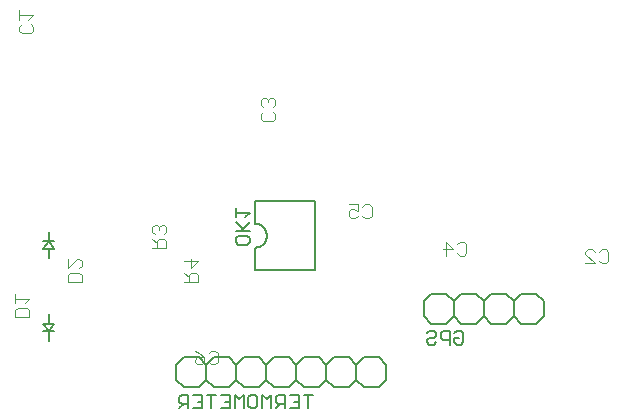
<source format=gbl>
G75*
%MOIN*%
%OFA0B0*%
%FSLAX25Y25*%
%IPPOS*%
%LPD*%
%AMOC8*
5,1,8,0,0,1.08239X$1,22.5*
%
%ADD10C,0.00400*%
%ADD11C,0.00600*%
%ADD12C,0.00500*%
D10*
X0029500Y0047792D02*
X0029500Y0050094D01*
X0030267Y0050861D01*
X0033337Y0050861D01*
X0034104Y0050094D01*
X0034104Y0047792D01*
X0029500Y0047792D01*
X0029500Y0052396D02*
X0029500Y0055465D01*
X0029500Y0053931D02*
X0034104Y0053931D01*
X0032569Y0052396D01*
X0047000Y0059500D02*
X0047000Y0061802D01*
X0047767Y0062569D01*
X0050837Y0062569D01*
X0051604Y0061802D01*
X0051604Y0059500D01*
X0047000Y0059500D01*
X0047000Y0064104D02*
X0050069Y0067173D01*
X0050837Y0067173D01*
X0051604Y0066406D01*
X0051604Y0064871D01*
X0050837Y0064104D01*
X0047000Y0064104D02*
X0047000Y0067173D01*
X0075125Y0070777D02*
X0079729Y0070777D01*
X0079729Y0073079D01*
X0078962Y0073846D01*
X0077427Y0073846D01*
X0076660Y0073079D01*
X0076660Y0070777D01*
X0076660Y0072311D02*
X0075125Y0073846D01*
X0075892Y0075380D02*
X0075125Y0076148D01*
X0075125Y0077682D01*
X0075892Y0078450D01*
X0076660Y0078450D01*
X0077427Y0077682D01*
X0077427Y0076915D01*
X0077427Y0077682D02*
X0078194Y0078450D01*
X0078962Y0078450D01*
X0079729Y0077682D01*
X0079729Y0076148D01*
X0078962Y0075380D01*
X0085750Y0066432D02*
X0090354Y0066432D01*
X0088052Y0064130D01*
X0088052Y0067200D01*
X0088052Y0062596D02*
X0087285Y0061829D01*
X0087285Y0059527D01*
X0087285Y0061061D02*
X0085750Y0062596D01*
X0088052Y0062596D02*
X0089587Y0062596D01*
X0090354Y0061829D01*
X0090354Y0059527D01*
X0085750Y0059527D01*
X0089271Y0036604D02*
X0090806Y0035837D01*
X0092341Y0034302D01*
X0090039Y0034302D01*
X0089271Y0033535D01*
X0089271Y0032767D01*
X0090039Y0032000D01*
X0091573Y0032000D01*
X0092341Y0032767D01*
X0092341Y0034302D01*
X0093875Y0035837D02*
X0094643Y0036604D01*
X0096177Y0036604D01*
X0096945Y0035837D01*
X0096945Y0032767D01*
X0096177Y0032000D01*
X0094643Y0032000D01*
X0093875Y0032767D01*
X0141289Y0080750D02*
X0142823Y0080750D01*
X0143591Y0081517D01*
X0145125Y0081517D02*
X0145893Y0080750D01*
X0147427Y0080750D01*
X0148195Y0081517D01*
X0148195Y0084587D01*
X0147427Y0085354D01*
X0145893Y0085354D01*
X0145125Y0084587D01*
X0143591Y0085354D02*
X0143591Y0083052D01*
X0142056Y0083819D01*
X0141289Y0083819D01*
X0140521Y0083052D01*
X0140521Y0081517D01*
X0141289Y0080750D01*
X0140521Y0085354D02*
X0143591Y0085354D01*
X0172932Y0072854D02*
X0172932Y0068250D01*
X0172165Y0070552D02*
X0175234Y0070552D01*
X0172932Y0072854D01*
X0176769Y0072087D02*
X0177536Y0072854D01*
X0179071Y0072854D01*
X0179838Y0072087D01*
X0179838Y0069017D01*
X0179071Y0068250D01*
X0177536Y0068250D01*
X0176769Y0069017D01*
X0219498Y0068819D02*
X0219498Y0069587D01*
X0220265Y0070354D01*
X0221800Y0070354D01*
X0222567Y0069587D01*
X0224102Y0069587D02*
X0224869Y0070354D01*
X0226404Y0070354D01*
X0227171Y0069587D01*
X0227171Y0066517D01*
X0226404Y0065750D01*
X0224869Y0065750D01*
X0224102Y0066517D01*
X0222567Y0065750D02*
X0219498Y0065750D01*
X0222567Y0065750D02*
X0219498Y0068819D01*
X0115979Y0113904D02*
X0115212Y0113137D01*
X0112142Y0113137D01*
X0111375Y0113904D01*
X0111375Y0115439D01*
X0112142Y0116206D01*
X0112142Y0117741D02*
X0111375Y0118508D01*
X0111375Y0120043D01*
X0112142Y0120810D01*
X0112910Y0120810D01*
X0113677Y0120043D01*
X0113677Y0119275D01*
X0113677Y0120043D02*
X0114444Y0120810D01*
X0115212Y0120810D01*
X0115979Y0120043D01*
X0115979Y0118508D01*
X0115212Y0117741D01*
X0115212Y0116206D02*
X0115979Y0115439D01*
X0115979Y0113904D01*
X0035354Y0143048D02*
X0034587Y0142280D01*
X0031517Y0142280D01*
X0030750Y0143048D01*
X0030750Y0144582D01*
X0031517Y0145350D01*
X0030750Y0146884D02*
X0030750Y0149954D01*
X0030750Y0148419D02*
X0035354Y0148419D01*
X0033819Y0146884D01*
X0034587Y0145350D02*
X0035354Y0144582D01*
X0035354Y0143048D01*
D11*
X0109300Y0086425D02*
X0109300Y0078925D01*
X0109426Y0078923D01*
X0109551Y0078917D01*
X0109676Y0078907D01*
X0109801Y0078893D01*
X0109926Y0078876D01*
X0110050Y0078854D01*
X0110173Y0078829D01*
X0110295Y0078799D01*
X0110416Y0078766D01*
X0110536Y0078729D01*
X0110655Y0078689D01*
X0110772Y0078644D01*
X0110889Y0078596D01*
X0111003Y0078544D01*
X0111116Y0078489D01*
X0111227Y0078430D01*
X0111336Y0078368D01*
X0111443Y0078302D01*
X0111548Y0078233D01*
X0111651Y0078161D01*
X0111752Y0078086D01*
X0111850Y0078007D01*
X0111945Y0077925D01*
X0112038Y0077841D01*
X0112128Y0077753D01*
X0112216Y0077663D01*
X0112300Y0077570D01*
X0112382Y0077475D01*
X0112461Y0077377D01*
X0112536Y0077276D01*
X0112608Y0077173D01*
X0112677Y0077068D01*
X0112743Y0076961D01*
X0112805Y0076852D01*
X0112864Y0076741D01*
X0112919Y0076628D01*
X0112971Y0076514D01*
X0113019Y0076397D01*
X0113064Y0076280D01*
X0113104Y0076161D01*
X0113141Y0076041D01*
X0113174Y0075920D01*
X0113204Y0075798D01*
X0113229Y0075675D01*
X0113251Y0075551D01*
X0113268Y0075426D01*
X0113282Y0075301D01*
X0113292Y0075176D01*
X0113298Y0075051D01*
X0113300Y0074925D01*
X0113298Y0074799D01*
X0113292Y0074674D01*
X0113282Y0074549D01*
X0113268Y0074424D01*
X0113251Y0074299D01*
X0113229Y0074175D01*
X0113204Y0074052D01*
X0113174Y0073930D01*
X0113141Y0073809D01*
X0113104Y0073689D01*
X0113064Y0073570D01*
X0113019Y0073453D01*
X0112971Y0073336D01*
X0112919Y0073222D01*
X0112864Y0073109D01*
X0112805Y0072998D01*
X0112743Y0072889D01*
X0112677Y0072782D01*
X0112608Y0072677D01*
X0112536Y0072574D01*
X0112461Y0072473D01*
X0112382Y0072375D01*
X0112300Y0072280D01*
X0112216Y0072187D01*
X0112128Y0072097D01*
X0112038Y0072009D01*
X0111945Y0071925D01*
X0111850Y0071843D01*
X0111752Y0071764D01*
X0111651Y0071689D01*
X0111548Y0071617D01*
X0111443Y0071548D01*
X0111336Y0071482D01*
X0111227Y0071420D01*
X0111116Y0071361D01*
X0111003Y0071306D01*
X0110889Y0071254D01*
X0110772Y0071206D01*
X0110655Y0071161D01*
X0110536Y0071121D01*
X0110416Y0071084D01*
X0110295Y0071051D01*
X0110173Y0071021D01*
X0110050Y0070996D01*
X0109926Y0070974D01*
X0109801Y0070957D01*
X0109676Y0070943D01*
X0109551Y0070933D01*
X0109426Y0070927D01*
X0109300Y0070925D01*
X0109300Y0063425D01*
X0129300Y0063425D01*
X0129300Y0086425D01*
X0109300Y0086425D01*
X0165550Y0053050D02*
X0168050Y0055550D01*
X0173050Y0055550D01*
X0175550Y0053050D01*
X0178050Y0055550D01*
X0183050Y0055550D01*
X0185550Y0053050D01*
X0185550Y0048050D01*
X0183050Y0045550D01*
X0178050Y0045550D01*
X0175550Y0048050D01*
X0175550Y0053050D01*
X0175550Y0048050D02*
X0173050Y0045550D01*
X0168050Y0045550D01*
X0165550Y0048050D01*
X0165550Y0053050D01*
X0185550Y0053050D02*
X0188050Y0055550D01*
X0193050Y0055550D01*
X0195550Y0053050D01*
X0198050Y0055550D01*
X0203050Y0055550D01*
X0205550Y0053050D01*
X0205550Y0048050D01*
X0203050Y0045550D01*
X0198050Y0045550D01*
X0195550Y0048050D01*
X0195550Y0053050D01*
X0195550Y0048050D02*
X0193050Y0045550D01*
X0188050Y0045550D01*
X0185550Y0048050D01*
X0153050Y0031800D02*
X0153050Y0026800D01*
X0150550Y0024300D01*
X0145550Y0024300D01*
X0143050Y0026800D01*
X0143050Y0031800D01*
X0145550Y0034300D01*
X0150550Y0034300D01*
X0153050Y0031800D01*
X0143050Y0031800D02*
X0140550Y0034300D01*
X0135550Y0034300D01*
X0133050Y0031800D01*
X0130550Y0034300D01*
X0125550Y0034300D01*
X0123050Y0031800D01*
X0120550Y0034300D01*
X0115550Y0034300D01*
X0113050Y0031800D01*
X0110550Y0034300D01*
X0105550Y0034300D01*
X0103050Y0031800D01*
X0100550Y0034300D01*
X0095550Y0034300D01*
X0093050Y0031800D01*
X0090550Y0034300D01*
X0085550Y0034300D01*
X0083050Y0031800D01*
X0083050Y0026800D01*
X0085550Y0024300D01*
X0090550Y0024300D01*
X0093050Y0026800D01*
X0095550Y0024300D01*
X0100550Y0024300D01*
X0103050Y0026800D01*
X0103050Y0031800D01*
X0103050Y0026800D02*
X0105550Y0024300D01*
X0110550Y0024300D01*
X0113050Y0026800D01*
X0115550Y0024300D01*
X0120550Y0024300D01*
X0123050Y0026800D01*
X0125550Y0024300D01*
X0130550Y0024300D01*
X0133050Y0026800D01*
X0133050Y0031800D01*
X0133050Y0026800D02*
X0135550Y0024300D01*
X0140550Y0024300D01*
X0143050Y0026800D01*
X0123050Y0026800D02*
X0123050Y0031800D01*
X0113050Y0031800D02*
X0113050Y0026800D01*
X0093050Y0026800D02*
X0093050Y0031800D01*
D12*
X0040550Y0039925D02*
X0040550Y0043050D01*
X0042425Y0043050D01*
X0040550Y0043050D02*
X0038675Y0045550D01*
X0040550Y0045550D01*
X0040550Y0048675D01*
X0040550Y0045550D02*
X0042425Y0045550D01*
X0040550Y0043050D01*
X0038675Y0043050D01*
X0040550Y0067425D02*
X0040550Y0070550D01*
X0038675Y0070550D01*
X0040550Y0073050D01*
X0040550Y0076175D01*
X0040550Y0073050D02*
X0038675Y0073050D01*
X0040550Y0073050D02*
X0042425Y0073050D01*
X0040550Y0073050D02*
X0042425Y0070550D01*
X0040550Y0070550D01*
X0103050Y0072614D02*
X0103050Y0074115D01*
X0103801Y0074866D01*
X0106803Y0074866D01*
X0107554Y0074115D01*
X0107554Y0072614D01*
X0106803Y0071863D01*
X0103801Y0071863D01*
X0103050Y0072614D01*
X0103050Y0076467D02*
X0107554Y0076467D01*
X0105302Y0077218D02*
X0103050Y0079470D01*
X0103050Y0081071D02*
X0103050Y0084074D01*
X0103050Y0082572D02*
X0107554Y0082572D01*
X0106053Y0081071D01*
X0107554Y0079470D02*
X0104551Y0076467D01*
X0166601Y0042353D02*
X0167352Y0043104D01*
X0168853Y0043104D01*
X0169604Y0042353D01*
X0169604Y0041603D01*
X0168853Y0040852D01*
X0167352Y0040852D01*
X0166601Y0040101D01*
X0166601Y0039351D01*
X0167352Y0038600D01*
X0168853Y0038600D01*
X0169604Y0039351D01*
X0171205Y0040852D02*
X0171956Y0040101D01*
X0174208Y0040101D01*
X0174208Y0038600D02*
X0174208Y0043104D01*
X0171956Y0043104D01*
X0171205Y0042353D01*
X0171205Y0040852D01*
X0175809Y0040852D02*
X0177311Y0040852D01*
X0175809Y0040852D02*
X0175809Y0039351D01*
X0176560Y0038600D01*
X0178061Y0038600D01*
X0178812Y0039351D01*
X0178812Y0042353D01*
X0178061Y0043104D01*
X0176560Y0043104D01*
X0175809Y0042353D01*
X0128539Y0021854D02*
X0125537Y0021854D01*
X0127038Y0021854D02*
X0127038Y0017350D01*
X0123935Y0017350D02*
X0120933Y0017350D01*
X0119331Y0017350D02*
X0119331Y0021854D01*
X0117080Y0021854D01*
X0116329Y0021103D01*
X0116329Y0019602D01*
X0117080Y0018851D01*
X0119331Y0018851D01*
X0117830Y0018851D02*
X0116329Y0017350D01*
X0114728Y0017350D02*
X0114728Y0021854D01*
X0113226Y0020353D01*
X0111725Y0021854D01*
X0111725Y0017350D01*
X0110124Y0018101D02*
X0109373Y0017350D01*
X0107872Y0017350D01*
X0107121Y0018101D01*
X0107121Y0021103D01*
X0107872Y0021854D01*
X0109373Y0021854D01*
X0110124Y0021103D01*
X0110124Y0018101D01*
X0105520Y0017350D02*
X0105520Y0021854D01*
X0104018Y0020353D01*
X0102517Y0021854D01*
X0102517Y0017350D01*
X0100916Y0017350D02*
X0097913Y0017350D01*
X0099415Y0019602D02*
X0100916Y0019602D01*
X0100916Y0021854D02*
X0100916Y0017350D01*
X0094811Y0017350D02*
X0094811Y0021854D01*
X0096312Y0021854D02*
X0093309Y0021854D01*
X0091708Y0021854D02*
X0091708Y0017350D01*
X0088705Y0017350D01*
X0087104Y0017350D02*
X0087104Y0021854D01*
X0084852Y0021854D01*
X0084101Y0021103D01*
X0084101Y0019602D01*
X0084852Y0018851D01*
X0087104Y0018851D01*
X0085603Y0018851D02*
X0084101Y0017350D01*
X0090207Y0019602D02*
X0091708Y0019602D01*
X0091708Y0021854D02*
X0088705Y0021854D01*
X0097913Y0021854D02*
X0100916Y0021854D01*
X0120933Y0021854D02*
X0123935Y0021854D01*
X0123935Y0017350D01*
X0123935Y0019602D02*
X0122434Y0019602D01*
M02*

</source>
